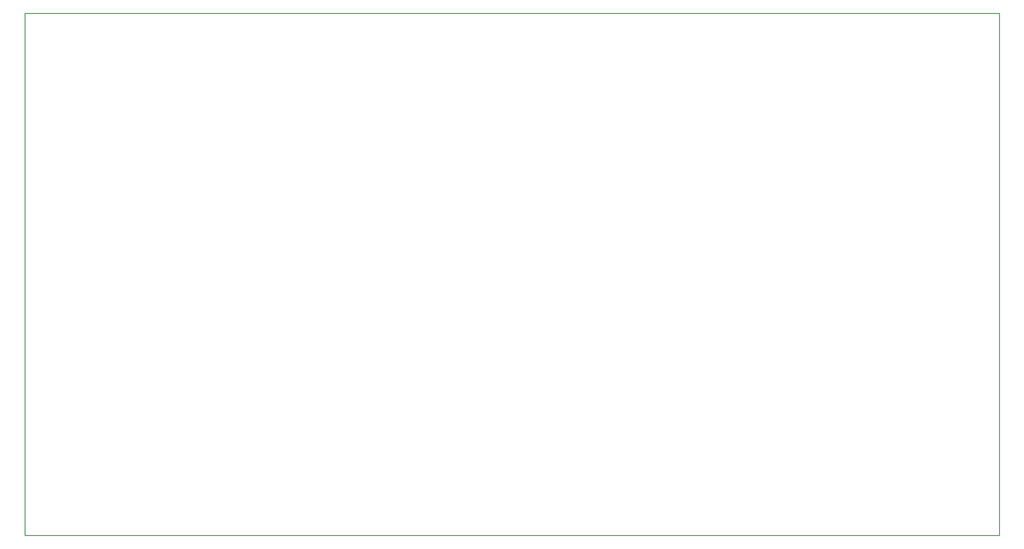
<source format=gm1>
G04*
G04 #@! TF.GenerationSoftware,Altium Limited,Altium Designer,18.1.9 (240)*
G04*
G04 Layer_Color=16711935*
%FSLAX25Y25*%
%MOIN*%
G70*
G01*
G75*
%ADD23C,0.01000*%
D23*
X39600Y57100D02*
Y658100D01*
X1160600D01*
Y57100D02*
Y658100D01*
X39600Y57100D02*
X1160600D01*
M02*

</source>
